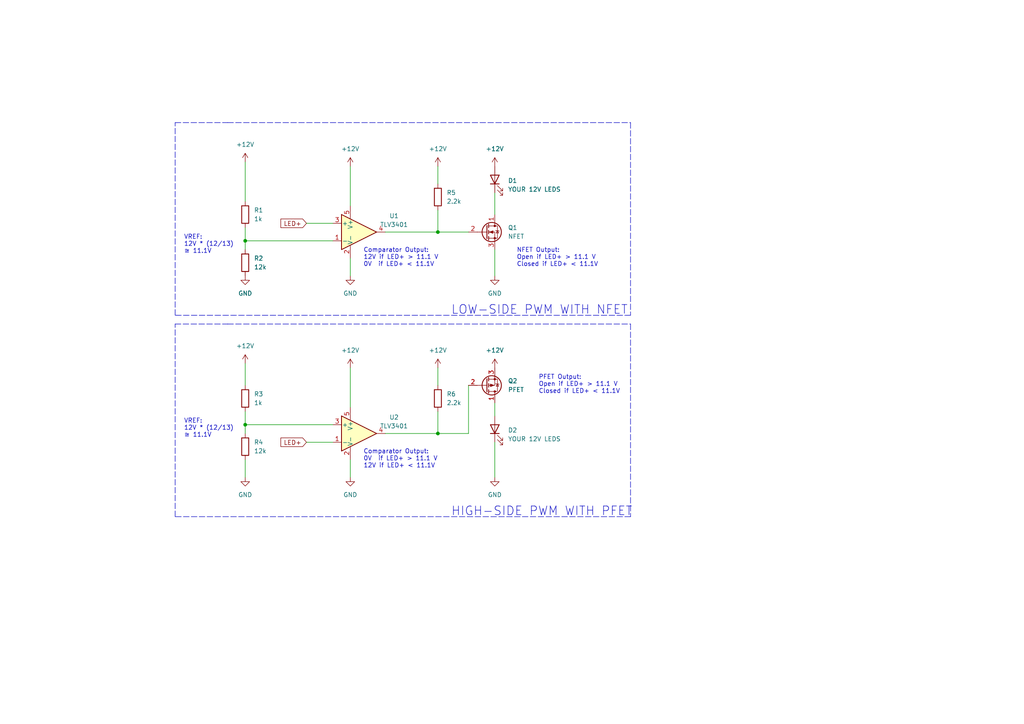
<source format=kicad_sch>
(kicad_sch (version 20211123) (generator eeschema)
  (paper "A4")
  (lib_symbols
    (symbol "Comparator:TL331" (pin_names (offset 0.127))
      (property "Reference" "U" (at 1.27 5.08 0))
      (property "Value" "TL331" (at 3.81 -5.08 0))
      (symbol "TL331_0_1"
        (polyline (pts (xy -5.08 5.08) (xy 5.08 0) (xy -5.08 -5.08) (xy -5.08 5.08)) (stroke (width 0.254)) (fill (type background)))
      )
      (symbol "TL331_1_1"
        (pin input line (at -7.62 -2.54 0) (length 2.54) (name "-") (number "1"))
        (pin power_in line (at -2.54 -7.62 90) (length 3.81) (name "V-") (number "2"))
        (pin input line (at -7.62 2.54 0) (length 2.54) (name "+") (number "3"))
        (pin open_collector line (at 7.62 0 180) (length 2.54) (name "~") (number "4"))
        (pin power_in line (at -2.54 7.62 270) (length 3.81) (name "V+") (number "5"))
      )
    )
    (symbol "Device:LED" (pin_numbers hide) (pin_names (offset 1.016) hide)
      (property "Reference" "D" (at 0 2.54 0))
      (property "Value" "LED" (at 0 -2.54 0))
      (symbol "LED_0_1"
        (polyline (pts (xy -1.27 -1.27) (xy -1.27 1.27)) (stroke (width 0.254)))
        (polyline (pts (xy -1.27 0) (xy 1.27 0)))
        (polyline (pts (xy 1.27 -1.27) (xy 1.27 1.27) (xy -1.27 0) (xy 1.27 -1.27)) (stroke (width 0.254)))
        (polyline (pts (xy -3.048 -0.762) (xy -4.572 -2.286) (xy -3.81 -2.286) (xy -4.572 -2.286) (xy -4.572 -1.524)))
        (polyline (pts (xy -1.778 -0.762) (xy -3.302 -2.286) (xy -2.54 -2.286) (xy -3.302 -2.286) (xy -3.302 -1.524)))
      )
      (symbol "LED_1_1"
        (pin passive line (at -3.81 0 0) (length 2.54) (name "K") (number "1"))
        (pin passive line (at 3.81 0 180) (length 2.54) (name "A") (number "2"))
      )
    )
    (symbol "Device:Q_NMOS_DGS" (pin_names (offset 0) hide)
      (property "Reference" "Q" (at 5.08 1.27 0))
      (property "Value" "Q_NMOS_DGS" (at 5.08 -1.27 0))
      (symbol "Q_NMOS_DGS_0_1"
        (polyline (pts (xy 0.254 0) (xy -2.54 0)))
        (polyline (pts (xy 0.254 1.905) (xy 0.254 -1.905)) (stroke (width 0.254)))
        (polyline (pts (xy 0.762 -1.27) (xy 0.762 -2.286)) (stroke (width 0.254)))
        (polyline (pts (xy 0.762 0.508) (xy 0.762 -0.508)) (stroke (width 0.254)))
        (polyline (pts (xy 0.762 2.286) (xy 0.762 1.27)) (stroke (width 0.254)))
        (polyline (pts (xy 2.54 2.54) (xy 2.54 1.778)))
        (polyline (pts (xy 2.54 -2.54) (xy 2.54 0) (xy 0.762 0)))
        (polyline (pts (xy 0.762 -1.778) (xy 3.302 -1.778) (xy 3.302 1.778) (xy 0.762 1.778)))
        (polyline (pts (xy 1.016 0) (xy 2.032 0.381) (xy 2.032 -0.381) (xy 1.016 0)) (fill (type outline)))
        (polyline (pts (xy 2.794 0.508) (xy 2.921 0.381) (xy 3.683 0.381) (xy 3.81 0.254)))
        (polyline (pts (xy 3.302 0.381) (xy 2.921 -0.254) (xy 3.683 -0.254) (xy 3.302 0.381)))
        (circle (center 1.651 0) (radius 2.794) (stroke (width 0.254)))
        (circle (center 2.54 -1.778) (radius 0.254) (fill (type outline)))
        (circle (center 2.54 1.778) (radius 0.254) (fill (type outline)))
      )
      (symbol "Q_NMOS_DGS_1_1"
        (pin passive line (at 2.54 5.08 270) (length 2.54) (name "D") (number "1"))
        (pin input line (at -5.08 0 0) (length 2.54) (name "G") (number "2"))
        (pin passive line (at 2.54 -5.08 90) (length 2.54) (name "S") (number "3"))
      )
    )
    (symbol "Device:Q_PMOS_DGS" (pin_names (offset 0) hide)
      (property "Reference" "Q" (at 5.08 1.27 0))
      (property "Value" "Q_PMOS_DGS" (at 5.08 -1.27 0))
      (symbol "Q_PMOS_DGS_0_1"
        (polyline (pts (xy 0.254 0) (xy -2.54 0)))
        (polyline (pts (xy 0.254 1.905) (xy 0.254 -1.905)) (stroke (width 0.254)))
        (polyline (pts (xy 0.762 -1.27) (xy 0.762 -2.286)) (stroke (width 0.254)))
        (polyline (pts (xy 0.762 0.508) (xy 0.762 -0.508)) (stroke (width 0.254)))
        (polyline (pts (xy 0.762 2.286) (xy 0.762 1.27)) (stroke (width 0.254)))
        (polyline (pts (xy 2.54 2.54) (xy 2.54 1.778)))
        (polyline (pts (xy 2.54 -2.54) (xy 2.54 0) (xy 0.762 0)))
        (polyline (pts (xy 0.762 1.778) (xy 3.302 1.778) (xy 3.302 -1.778) (xy 0.762 -1.778)))
        (polyline (pts (xy 2.286 0) (xy 1.27 0.381) (xy 1.27 -0.381) (xy 2.286 0)) (fill (type outline)))
        (polyline (pts (xy 2.794 -0.508) (xy 2.921 -0.381) (xy 3.683 -0.381) (xy 3.81 -0.254)))
        (polyline (pts (xy 3.302 -0.381) (xy 2.921 0.254) (xy 3.683 0.254) (xy 3.302 -0.381)))
        (circle (center 1.651 0) (radius 2.794) (stroke (width 0.254)))
        (circle (center 2.54 -1.778) (radius 0.254) (fill (type outline)))
        (circle (center 2.54 1.778) (radius 0.254) (fill (type outline)))
      )
      (symbol "Q_PMOS_DGS_1_1"
        (pin passive line (at 2.54 5.08 270) (length 2.54) (name "D") (number "1"))
        (pin input line (at -5.08 0 0) (length 2.54) (name "G") (number "2"))
        (pin passive line (at 2.54 -5.08 90) (length 2.54) (name "S") (number "3"))
      )
    )
    (symbol "Device:R" (pin_numbers hide) (pin_names (offset 0))
      (property "Reference" "R" (at 2.032 0 90))
      (property "Value" "R" (at 0 0 90))
      (symbol "R_0_1"
        (rectangle (start -1.016 -2.54) (end 1.016 2.54) (stroke (width 0.254)))
      )
      (symbol "R_1_1"
        (pin passive line (at 0 3.81 270) (length 1.27) (name "~") (number "1"))
        (pin passive line (at 0 -3.81 90) (length 1.27) (name "~") (number "2"))
      )
    )
    (symbol "power:+12V" (power) (pin_names (offset 0))
      (property "Value" "+12V" (at 0 3.556 0))
      (symbol "+12V_0_1"
        (polyline (pts (xy -0.762 1.27) (xy 0 2.54)))
        (polyline (pts (xy 0 0) (xy 0 2.54)))
        (polyline (pts (xy 0 2.54) (xy 0.762 1.27)))
      )
      (symbol "+12V_1_1"
        (pin power_in line (at 0 0 90) (length 0) hide (name "+12V") (number "1"))
      )
    )
    (symbol "power:GND" (power) (pin_names (offset 0))
      (property "Value" "GND" (at 0 -3.81 0))
      (symbol "GND_0_1"
        (polyline (pts (xy 0 0) (xy 0 -1.27) (xy 1.27 -1.27) (xy 0 -2.54) (xy -1.27 -1.27) (xy 0 -1.27)))
      )
      (symbol "GND_1_1"
        (pin power_in line (at 0 0 270) (length 0) hide (name "GND") (number "1"))
      )
    )
  )
  (junction (at 71.12 123.19))
  (junction (at 71.12 69.85))
  (junction (at 127 125.73))
  (junction (at 127 67.31))
  (wire (pts (xy 71.12 123.19) (xy 71.12 125.73)))
  (polyline (pts (xy 66.04 93.98) (xy 182.88 93.98)))
  (wire (pts (xy 101.6 80.01) (xy 101.6 74.93)))
  (wire (pts (xy 71.12 123.19) (xy 96.52 123.19)))
  (wire (pts (xy 88.9 64.77) (xy 96.52 64.77)))
  (wire (pts (xy 111.76 67.31) (xy 127 67.31)))
  (wire (pts (xy 101.6 48.26) (xy 101.6 59.69)))
  (wire (pts (xy 88.9 128.27) (xy 96.52 128.27)))
  (polyline (pts (xy 182.88 93.98) (xy 182.88 149.86)))
  (polyline (pts (xy 50.8 91.44) (xy 50.8 35.56)))
  (wire (pts (xy 127 67.31) (xy 135.89 67.31)))
  (wire (pts (xy 101.6 138.43) (xy 101.6 133.35)))
  (wire (pts (xy 135.89 111.76) (xy 135.89 125.73)))
  (polyline (pts (xy 50.8 93.98) (xy 66.04 93.98)))
  (polyline (pts (xy 182.88 91.44) (xy 50.8 91.44)))
  (wire (pts (xy 127 125.73) (xy 135.89 125.73)))
  (wire (pts (xy 143.51 128.27) (xy 143.51 138.43)))
  (polyline (pts (xy 66.04 35.56) (xy 182.88 35.56)))
  (wire (pts (xy 127 125.73) (xy 127 119.38)))
  (wire (pts (xy 111.76 125.73) (xy 127 125.73)))
  (wire (pts (xy 71.12 69.85) (xy 96.52 69.85)))
  (wire (pts (xy 127 106.68) (xy 127 111.76)))
  (wire (pts (xy 71.12 119.38) (xy 71.12 123.19)))
  (wire (pts (xy 101.6 106.68) (xy 101.6 118.11)))
  (wire (pts (xy 71.12 69.85) (xy 71.12 72.39)))
  (wire (pts (xy 143.51 72.39) (xy 143.51 80.01)))
  (polyline (pts (xy 182.88 35.56) (xy 182.88 91.44)))
  (wire (pts (xy 127 67.31) (xy 127 60.96)))
  (wire (pts (xy 71.12 66.04) (xy 71.12 69.85)))
  (wire (pts (xy 143.51 116.84) (xy 143.51 120.65)))
  (polyline (pts (xy 50.8 35.56) (xy 66.04 35.56)))
  (wire (pts (xy 71.12 105.41) (xy 71.12 111.76)))
  (wire (pts (xy 127 48.26) (xy 127 53.34)))
  (wire (pts (xy 71.12 46.99) (xy 71.12 58.42)))
  (polyline (pts (xy 182.88 149.86) (xy 50.8 149.86)))
  (wire (pts (xy 143.51 55.88) (xy 143.51 62.23)))
  (polyline (pts (xy 50.8 149.86) (xy 50.8 93.98)))
  (wire (pts (xy 71.12 133.35) (xy 71.12 138.43)))
  (text "VREF:\n12V * (12/13)\n≅ 11.1V" (at 53.34 127 0) (effects (font (size 1.27 1.27)) (justify left bottom)))
  (text "HIGH-SIDE PWM WITH PFET" (at 130.81 149.86 0) (effects (font (size 2.54 2.54)) (justify left bottom)))
  (text "PFET Output: \nOpen if LED+ > 11.1 V\nClosed if LED+ < 11.1V" (at 156.21 114.3 0) (effects (font (size 1.27 1.27)) (justify left bottom)))
  (text "VREF:\n12V * (12/13)\n≅ 11.1V" (at 53.34 73.66 0) (effects (font (size 1.27 1.27)) (justify left bottom)))
  (text "LOW-SIDE PWM WITH NFET" (at 130.81 91.44 0) (effects (font (size 2.54 2.54)) (justify left bottom)))
  (text "Comparator Output: \n12V if LED+ > 11.1 V\n0V  if LED+ < 11.1V" (at 105.41 77.47 0) (effects (font (size 1.27 1.27)) (justify left bottom)))
  (text "NFET Output: \nOpen if LED+ > 11.1 V\nClosed if LED+ < 11.1V" (at 149.86 77.47 0) (effects (font (size 1.27 1.27)) (justify left bottom)))
  (text "Comparator Output: \n0V  if LED+ > 11.1 V\n12V if LED+ < 11.1V" (at 105.41 135.89 0) (effects (font (size 1.27 1.27)) (justify left bottom)))
  (global_label "LED+" (shape input) (at 88.9 64.77 180) (property "Intersheet References" "${INTERSHEET_REFS}" (effects hide)))
  (global_label "LED+" (shape input) (at 88.9 128.27 180) (property "Intersheet References" "${INTERSHEET_REFS}" (effects hide)))
  (symbol (lib_id "power:+12V") (at 127 106.68 0) (unit 1)
    (property "Reference" "#PWR?" (effects hide))
    (property "Value" "+12V" (at 127 101.6 0))
  )
  (symbol (lib_id "Comparator:TL331") (at 104.14 67.31 0) (unit 1)
    (property "Reference" "U1" (at 114.3 62.611 0))
    (property "Value" "TLV3401" (at 114.3 65.151 0))
    (property "Footprint" "Package_TO_SOT_SMD:SOT-23-5" (effects hide))
    (property "Datasheet" "http://www.ti.com/lit/ds/symlink/tl331.pdf" (effects hide))
  )
  (symbol (lib_id "Device:LED") (at 143.51 124.46 90) (unit 1)
    (property "Reference" "D2" (at 147.32 124.7774 90) (effects (justify right)))
    (property "Value" "YOUR 12V LEDS" (at 147.32 127.3174 90) (effects (justify right)))
  )
  (symbol (lib_id "Device:R") (at 127 115.57 0) (unit 1)
    (property "Reference" "R6" (at 129.54 114.2999 0) (effects (justify left)))
    (property "Value" "2.2k" (at 129.54 116.8399 0) (effects (justify left)))
  )
  (symbol (lib_id "power:+12V") (at 143.51 48.26 0) (unit 1)
    (property "Reference" "#PWR?" (effects hide))
    (property "Value" "+12V" (at 143.51 43.18 0))
  )
  (symbol (lib_id "power:GND") (at 101.6 80.01 0) (unit 1)
    (property "Reference" "#PWR?" (effects hide))
    (property "Value" "GND" (at 101.6 85.09 0))
  )
  (symbol (lib_id "power:+12V") (at 71.12 46.99 0) (unit 1)
    (property "Reference" "#PWR?" (effects hide))
    (property "Value" "+12V" (at 71.12 41.91 0))
  )
  (symbol (lib_id "Device:R") (at 127 57.15 0) (unit 1)
    (property "Reference" "R5" (at 129.54 55.8799 0) (effects (justify left)))
    (property "Value" "2.2k" (at 129.54 58.4199 0) (effects (justify left)))
  )
  (symbol (lib_id "power:GND") (at 101.6 138.43 0) (unit 1)
    (property "Reference" "#PWR?" (effects hide))
    (property "Value" "GND" (at 101.6 143.51 0))
  )
  (symbol (lib_id "power:+12V") (at 127 48.26 0) (unit 1)
    (property "Reference" "#PWR?" (effects hide))
    (property "Value" "+12V" (at 127 43.18 0))
  )
  (symbol (lib_id "power:+12V") (at 101.6 48.26 0) (unit 1)
    (property "Reference" "#PWR?" (effects hide))
    (property "Value" "+12V" (at 101.6 43.18 0))
  )
  (symbol (lib_id "Device:Q_PMOS_DGS") (at 140.97 111.76 0) (mirror x) (unit 1)
    (property "Reference" "Q2" (at 147.32 110.4899 0) (effects (justify left)))
    (property "Value" "PFET" (at 147.32 113.0299 0) (effects (justify left)))
  )
  (symbol (lib_id "power:+12V") (at 143.51 106.68 0) (unit 1)
    (property "Reference" "#PWR?" (effects hide))
    (property "Value" "+12V" (at 143.51 101.6 0))
  )
  (symbol (lib_id "power:+12V") (at 101.6 106.68 0) (unit 1)
    (property "Reference" "#PWR?" (effects hide))
    (property "Value" "+12V" (at 101.6 101.6 0))
  )
  (symbol (lib_id "power:+12V") (at 71.12 105.41 0) (unit 1)
    (property "Reference" "#PWR?" (effects hide))
    (property "Value" "+12V" (at 71.12 100.33 0))
  )
  (symbol (lib_id "Device:R") (at 71.12 62.23 0) (unit 1)
    (property "Reference" "R1" (at 73.66 60.9599 0) (effects (justify left)))
    (property "Value" "1k" (at 73.66 63.4999 0) (effects (justify left)))
  )
  (symbol (lib_id "Device:R") (at 71.12 129.54 0) (unit 1)
    (property "Reference" "R4" (at 73.66 128.2699 0) (effects (justify left)))
    (property "Value" "12k" (at 73.66 130.8099 0) (effects (justify left)))
  )
  (symbol (lib_id "power:GND") (at 143.51 138.43 0) (unit 1)
    (property "Reference" "#PWR?" (effects hide))
    (property "Value" "GND" (at 143.51 143.51 0))
  )
  (symbol (lib_id "power:GND") (at 71.12 138.43 0) (unit 1)
    (property "Reference" "#PWR?" (effects hide))
    (property "Value" "GND" (at 71.12 143.51 0))
  )
  (symbol (lib_id "power:GND") (at 143.51 80.01 0) (unit 1)
    (property "Reference" "#PWR?" (effects hide))
    (property "Value" "GND" (at 143.51 85.09 0))
  )
  (symbol (lib_id "Device:LED") (at 143.51 52.07 90) (unit 1)
    (property "Reference" "D1" (at 147.32 52.3874 90) (effects (justify right)))
    (property "Value" "YOUR 12V LEDS" (at 147.32 54.9274 90) (effects (justify right)))
  )
  (symbol (lib_id "Device:Q_NMOS_DGS") (at 140.97 67.31 0) (unit 1)
    (property "Reference" "Q1" (at 147.32 66.0399 0) (effects (justify left)))
    (property "Value" "NFET" (at 147.32 68.5799 0) (effects (justify left)))
  )
  (symbol (lib_id "power:GND") (at 71.12 80.01 0) (unit 1)
    (property "Reference" "#PWR?" (effects hide))
    (property "Value" "GND" (at 71.12 85.09 0))
  )
  (symbol (lib_id "Comparator:TL331") (at 104.14 125.73 0) (unit 1)
    (property "Reference" "U2" (at 114.3 121.031 0))
    (property "Value" "TLV3401" (at 114.3 123.571 0))
    (property "Footprint" "Package_TO_SOT_SMD:SOT-23-5" (effects hide))
    (property "Datasheet" "http://www.ti.com/lit/ds/symlink/tl331.pdf" (effects hide))
  )
  (symbol (lib_id "Device:R") (at 71.12 76.2 0) (unit 1)
    (property "Reference" "R2" (at 73.66 74.9299 0) (effects (justify left)))
    (property "Value" "12k" (at 73.66 77.4699 0) (effects (justify left)))
  )
  (symbol (lib_id "Device:R") (at 71.12 115.57 0) (unit 1)
    (property "Reference" "R3" (at 73.66 114.2999 0) (effects (justify left)))
    (property "Value" "1k" (at 73.66 116.8399 0) (effects (justify left)))
  )
)
</source>
